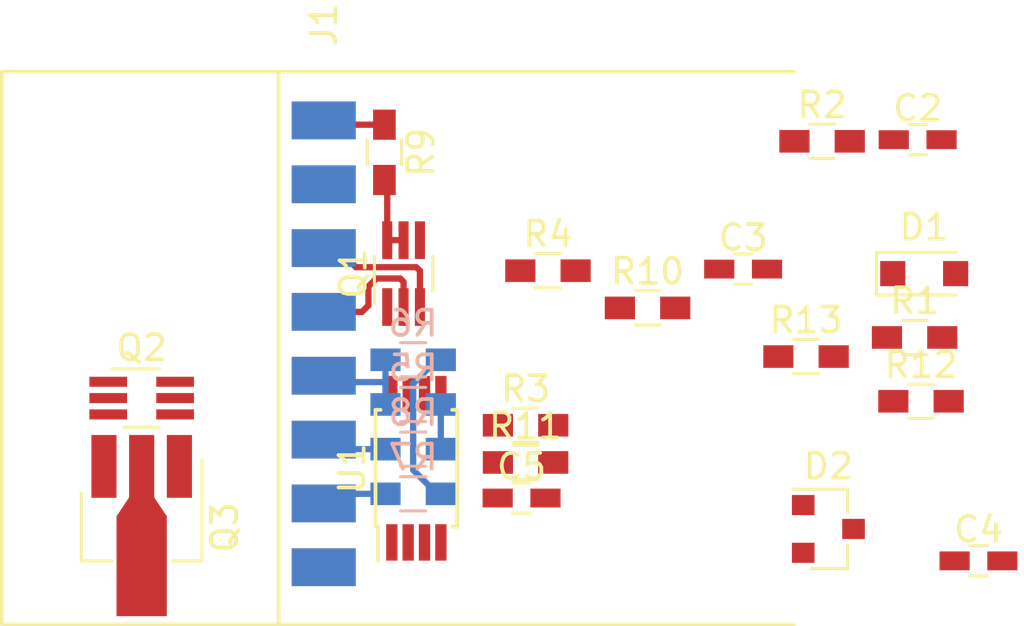
<source format=kicad_pcb>
(kicad_pcb (version 20171130) (host pcbnew "(5.0.0)")

  (general
    (thickness 1.6)
    (drawings 4)
    (tracks 31)
    (zones 0)
    (modules 24)
    (nets 28)
  )

  (page A4)
  (layers
    (0 F.Cu signal)
    (31 B.Cu signal)
    (32 B.Adhes user)
    (33 F.Adhes user)
    (34 B.Paste user)
    (35 F.Paste user)
    (36 B.SilkS user)
    (37 F.SilkS user)
    (38 B.Mask user)
    (39 F.Mask user)
    (40 Dwgs.User user)
    (41 Cmts.User user)
    (42 Eco1.User user)
    (43 Eco2.User user)
    (44 Edge.Cuts user)
    (45 Margin user)
    (46 B.CrtYd user)
    (47 F.CrtYd user)
    (48 B.Fab user hide)
    (49 F.Fab user hide)
  )

  (setup
    (last_trace_width 0.25)
    (user_trace_width 0.35)
    (user_trace_width 0.5)
    (trace_clearance 0.2)
    (zone_clearance 0.508)
    (zone_45_only no)
    (trace_min 0.2)
    (segment_width 0.15)
    (edge_width 0.15)
    (via_size 0.8)
    (via_drill 0.4)
    (via_min_size 0.4)
    (via_min_drill 0.3)
    (user_via 1 0.6)
    (user_via 1.2 0.8)
    (uvia_size 0.3)
    (uvia_drill 0.1)
    (uvias_allowed no)
    (uvia_min_size 0.2)
    (uvia_min_drill 0.1)
    (pcb_text_width 0.3)
    (pcb_text_size 1.5 1.5)
    (mod_edge_width 0.15)
    (mod_text_size 1 1)
    (mod_text_width 0.15)
    (pad_size 1.524 1.524)
    (pad_drill 0.762)
    (pad_to_mask_clearance 0.2)
    (aux_axis_origin 0 0)
    (visible_elements 7FFFFFFF)
    (pcbplotparams
      (layerselection 0x010fc_ffffffff)
      (usegerberextensions false)
      (usegerberattributes false)
      (usegerberadvancedattributes false)
      (creategerberjobfile false)
      (excludeedgelayer true)
      (linewidth 0.100000)
      (plotframeref false)
      (viasonmask false)
      (mode 1)
      (useauxorigin false)
      (hpglpennumber 1)
      (hpglpenspeed 20)
      (hpglpendiameter 15.000000)
      (psnegative false)
      (psa4output false)
      (plotreference true)
      (plotvalue true)
      (plotinvisibletext false)
      (padsonsilk false)
      (subtractmaskfromsilk false)
      (outputformat 1)
      (mirror false)
      (drillshape 1)
      (scaleselection 1)
      (outputdirectory ""))
  )

  (net 0 "")
  (net 1 "Net-(C2-Pad1)")
  (net 2 "Net-(C2-Pad2)")
  (net 3 GND)
  (net 4 "Net-(J1-Pad15)")
  (net 5 "Net-(J1-Pad7)")
  (net 6 "Net-(J1-Pad14)")
  (net 7 "Net-(J1-Pad13)")
  (net 8 "Net-(J1-Pad2)")
  (net 9 "Net-(J1-Pad9)")
  (net 10 +15V)
  (net 11 "Net-(R6-Pad1)")
  (net 12 FB)
  (net 13 AFC)
  (net 14 Vo)
  (net 15 MUTE_OUT)
  (net 16 MUTE_CTRL)
  (net 17 AFC_IN+)
  (net 18 AFC_IN-)
  (net 19 "Net-(C5-Pad1)")
  (net 20 "Net-(D1-Pad1)")
  (net 21 VIN)
  (net 22 "Net-(Q1-Pad5)")
  (net 23 "Net-(Q2-Pad3)")
  (net 24 "Net-(Q2-Pad5)")
  (net 25 "Net-(Q3-Pad1)")
  (net 26 Vref)
  (net 27 "Net-(D2-Pad2)")

  (net_class Default "This is the default net class."
    (clearance 0.2)
    (trace_width 0.25)
    (via_dia 0.8)
    (via_drill 0.4)
    (uvia_dia 0.3)
    (uvia_drill 0.1)
    (add_net +15V)
    (add_net AFC)
    (add_net AFC_IN+)
    (add_net AFC_IN-)
    (add_net FB)
    (add_net GND)
    (add_net MUTE_CTRL)
    (add_net MUTE_OUT)
    (add_net "Net-(C2-Pad1)")
    (add_net "Net-(C2-Pad2)")
    (add_net "Net-(C5-Pad1)")
    (add_net "Net-(D1-Pad1)")
    (add_net "Net-(D2-Pad2)")
    (add_net "Net-(J1-Pad13)")
    (add_net "Net-(J1-Pad14)")
    (add_net "Net-(J1-Pad15)")
    (add_net "Net-(J1-Pad2)")
    (add_net "Net-(J1-Pad7)")
    (add_net "Net-(J1-Pad9)")
    (add_net "Net-(Q1-Pad5)")
    (add_net "Net-(Q2-Pad3)")
    (add_net "Net-(Q2-Pad5)")
    (add_net "Net-(Q3-Pad1)")
    (add_net "Net-(R6-Pad1)")
    (add_net VIN)
    (add_net Vo)
    (add_net Vref)
  )

  (module Capacitors_SMD:C_0603_HandSoldering (layer F.Cu) (tedit 58AA848B) (tstamp 5C9FECCE)
    (at 50.413001 36.707001)
    (descr "Capacitor SMD 0603, hand soldering")
    (tags "capacitor 0603")
    (path /5C942536)
    (attr smd)
    (fp_text reference C2 (at 0 -1.25) (layer F.SilkS)
      (effects (font (size 1 1) (thickness 0.15)))
    )
    (fp_text value 1nF (at 0 1.5) (layer F.Fab)
      (effects (font (size 1 1) (thickness 0.15)))
    )
    (fp_text user %R (at 0 -1.25) (layer F.Fab)
      (effects (font (size 1 1) (thickness 0.15)))
    )
    (fp_line (start -0.8 0.4) (end -0.8 -0.4) (layer F.Fab) (width 0.1))
    (fp_line (start 0.8 0.4) (end -0.8 0.4) (layer F.Fab) (width 0.1))
    (fp_line (start 0.8 -0.4) (end 0.8 0.4) (layer F.Fab) (width 0.1))
    (fp_line (start -0.8 -0.4) (end 0.8 -0.4) (layer F.Fab) (width 0.1))
    (fp_line (start -0.35 -0.6) (end 0.35 -0.6) (layer F.SilkS) (width 0.12))
    (fp_line (start 0.35 0.6) (end -0.35 0.6) (layer F.SilkS) (width 0.12))
    (fp_line (start -1.8 -0.65) (end 1.8 -0.65) (layer F.CrtYd) (width 0.05))
    (fp_line (start -1.8 -0.65) (end -1.8 0.65) (layer F.CrtYd) (width 0.05))
    (fp_line (start 1.8 0.65) (end 1.8 -0.65) (layer F.CrtYd) (width 0.05))
    (fp_line (start 1.8 0.65) (end -1.8 0.65) (layer F.CrtYd) (width 0.05))
    (pad 1 smd rect (at -0.95 0) (size 1.2 0.75) (layers F.Cu F.Paste F.Mask)
      (net 1 "Net-(C2-Pad1)"))
    (pad 2 smd rect (at 0.95 0) (size 1.2 0.75) (layers F.Cu F.Paste F.Mask)
      (net 2 "Net-(C2-Pad2)"))
    (model Capacitors_SMD.3dshapes/C_0603.wrl
      (at (xyz 0 0 0))
      (scale (xyz 1 1 1))
      (rotate (xyz 0 0 0))
    )
  )

  (module Capacitors_SMD:C_0603_HandSoldering (layer F.Cu) (tedit 58AA848B) (tstamp 5C9FECDF)
    (at 43.473001 41.857001)
    (descr "Capacitor SMD 0603, hand soldering")
    (tags "capacitor 0603")
    (path /5C942006)
    (attr smd)
    (fp_text reference C3 (at 0 -1.25) (layer F.SilkS)
      (effects (font (size 1 1) (thickness 0.15)))
    )
    (fp_text value 1uF/35V (at 0 1.5) (layer F.Fab)
      (effects (font (size 1 1) (thickness 0.15)))
    )
    (fp_line (start 1.8 0.65) (end -1.8 0.65) (layer F.CrtYd) (width 0.05))
    (fp_line (start 1.8 0.65) (end 1.8 -0.65) (layer F.CrtYd) (width 0.05))
    (fp_line (start -1.8 -0.65) (end -1.8 0.65) (layer F.CrtYd) (width 0.05))
    (fp_line (start -1.8 -0.65) (end 1.8 -0.65) (layer F.CrtYd) (width 0.05))
    (fp_line (start 0.35 0.6) (end -0.35 0.6) (layer F.SilkS) (width 0.12))
    (fp_line (start -0.35 -0.6) (end 0.35 -0.6) (layer F.SilkS) (width 0.12))
    (fp_line (start -0.8 -0.4) (end 0.8 -0.4) (layer F.Fab) (width 0.1))
    (fp_line (start 0.8 -0.4) (end 0.8 0.4) (layer F.Fab) (width 0.1))
    (fp_line (start 0.8 0.4) (end -0.8 0.4) (layer F.Fab) (width 0.1))
    (fp_line (start -0.8 0.4) (end -0.8 -0.4) (layer F.Fab) (width 0.1))
    (fp_text user %R (at 0 -1.25) (layer F.Fab)
      (effects (font (size 1 1) (thickness 0.15)))
    )
    (pad 2 smd rect (at 0.95 0) (size 1.2 0.75) (layers F.Cu F.Paste F.Mask)
      (net 3 GND))
    (pad 1 smd rect (at -0.95 0) (size 1.2 0.75) (layers F.Cu F.Paste F.Mask)
      (net 13 AFC))
    (model Capacitors_SMD.3dshapes/C_0603.wrl
      (at (xyz 0 0 0))
      (scale (xyz 1 1 1))
      (rotate (xyz 0 0 0))
    )
  )

  (module Capacitors_SMD:C_0603_HandSoldering (layer F.Cu) (tedit 58AA848B) (tstamp 5C9FECF0)
    (at 52.832 53.467)
    (descr "Capacitor SMD 0603, hand soldering")
    (tags "capacitor 0603")
    (path /5C9420D0)
    (attr smd)
    (fp_text reference C4 (at 0 -1.25) (layer F.SilkS)
      (effects (font (size 1 1) (thickness 0.15)))
    )
    (fp_text value 1uF/50V (at 0 1.5) (layer F.Fab)
      (effects (font (size 1 1) (thickness 0.15)))
    )
    (fp_text user %R (at 0 -1.25) (layer F.Fab)
      (effects (font (size 1 1) (thickness 0.15)))
    )
    (fp_line (start -0.8 0.4) (end -0.8 -0.4) (layer F.Fab) (width 0.1))
    (fp_line (start 0.8 0.4) (end -0.8 0.4) (layer F.Fab) (width 0.1))
    (fp_line (start 0.8 -0.4) (end 0.8 0.4) (layer F.Fab) (width 0.1))
    (fp_line (start -0.8 -0.4) (end 0.8 -0.4) (layer F.Fab) (width 0.1))
    (fp_line (start -0.35 -0.6) (end 0.35 -0.6) (layer F.SilkS) (width 0.12))
    (fp_line (start 0.35 0.6) (end -0.35 0.6) (layer F.SilkS) (width 0.12))
    (fp_line (start -1.8 -0.65) (end 1.8 -0.65) (layer F.CrtYd) (width 0.05))
    (fp_line (start -1.8 -0.65) (end -1.8 0.65) (layer F.CrtYd) (width 0.05))
    (fp_line (start 1.8 0.65) (end 1.8 -0.65) (layer F.CrtYd) (width 0.05))
    (fp_line (start 1.8 0.65) (end -1.8 0.65) (layer F.CrtYd) (width 0.05))
    (pad 1 smd rect (at -0.95 0) (size 1.2 0.75) (layers F.Cu F.Paste F.Mask)
      (net 14 Vo))
    (pad 2 smd rect (at 0.95 0) (size 1.2 0.75) (layers F.Cu F.Paste F.Mask)
      (net 3 GND))
    (model Capacitors_SMD.3dshapes/C_0603.wrl
      (at (xyz 0 0 0))
      (scale (xyz 1 1 1))
      (rotate (xyz 0 0 0))
    )
  )

  (module Capacitors_SMD:C_0603_HandSoldering (layer F.Cu) (tedit 58AA848B) (tstamp 5C9FED01)
    (at 34.663001 50.967001)
    (descr "Capacitor SMD 0603, hand soldering")
    (tags "capacitor 0603")
    (path /5C942219)
    (attr smd)
    (fp_text reference C5 (at 0 -1.25) (layer F.SilkS)
      (effects (font (size 1 1) (thickness 0.15)))
    )
    (fp_text value 1uF/50V (at 0 1.5) (layer F.Fab)
      (effects (font (size 1 1) (thickness 0.15)))
    )
    (fp_line (start 1.8 0.65) (end -1.8 0.65) (layer F.CrtYd) (width 0.05))
    (fp_line (start 1.8 0.65) (end 1.8 -0.65) (layer F.CrtYd) (width 0.05))
    (fp_line (start -1.8 -0.65) (end -1.8 0.65) (layer F.CrtYd) (width 0.05))
    (fp_line (start -1.8 -0.65) (end 1.8 -0.65) (layer F.CrtYd) (width 0.05))
    (fp_line (start 0.35 0.6) (end -0.35 0.6) (layer F.SilkS) (width 0.12))
    (fp_line (start -0.35 -0.6) (end 0.35 -0.6) (layer F.SilkS) (width 0.12))
    (fp_line (start -0.8 -0.4) (end 0.8 -0.4) (layer F.Fab) (width 0.1))
    (fp_line (start 0.8 -0.4) (end 0.8 0.4) (layer F.Fab) (width 0.1))
    (fp_line (start 0.8 0.4) (end -0.8 0.4) (layer F.Fab) (width 0.1))
    (fp_line (start -0.8 0.4) (end -0.8 -0.4) (layer F.Fab) (width 0.1))
    (fp_text user %R (at 0 -1.25) (layer F.Fab)
      (effects (font (size 1 1) (thickness 0.15)))
    )
    (pad 2 smd rect (at 0.95 0) (size 1.2 0.75) (layers F.Cu F.Paste F.Mask)
      (net 3 GND))
    (pad 1 smd rect (at -0.95 0) (size 1.2 0.75) (layers F.Cu F.Paste F.Mask)
      (net 19 "Net-(C5-Pad1)"))
    (model Capacitors_SMD.3dshapes/C_0603.wrl
      (at (xyz 0 0 0))
      (scale (xyz 1 1 1))
      (rotate (xyz 0 0 0))
    )
  )

  (module Diodes_SMD:D_SOD-323_HandSoldering (layer F.Cu) (tedit 58641869) (tstamp 5C9FED19)
    (at 50.673 42.037)
    (descr SOD-323)
    (tags SOD-323)
    (path /5C9422A2)
    (attr smd)
    (fp_text reference D1 (at 0 -1.85) (layer F.SilkS)
      (effects (font (size 1 1) (thickness 0.15)))
    )
    (fp_text value PZU33V (at 0.1 1.9) (layer F.Fab)
      (effects (font (size 1 1) (thickness 0.15)))
    )
    (fp_line (start -1.9 -0.85) (end 1.25 -0.85) (layer F.SilkS) (width 0.12))
    (fp_line (start -1.9 0.85) (end 1.25 0.85) (layer F.SilkS) (width 0.12))
    (fp_line (start -2 -0.95) (end -2 0.95) (layer F.CrtYd) (width 0.05))
    (fp_line (start -2 0.95) (end 2 0.95) (layer F.CrtYd) (width 0.05))
    (fp_line (start 2 -0.95) (end 2 0.95) (layer F.CrtYd) (width 0.05))
    (fp_line (start -2 -0.95) (end 2 -0.95) (layer F.CrtYd) (width 0.05))
    (fp_line (start -0.9 -0.7) (end 0.9 -0.7) (layer F.Fab) (width 0.1))
    (fp_line (start 0.9 -0.7) (end 0.9 0.7) (layer F.Fab) (width 0.1))
    (fp_line (start 0.9 0.7) (end -0.9 0.7) (layer F.Fab) (width 0.1))
    (fp_line (start -0.9 0.7) (end -0.9 -0.7) (layer F.Fab) (width 0.1))
    (fp_line (start -0.3 -0.35) (end -0.3 0.35) (layer F.Fab) (width 0.1))
    (fp_line (start -0.3 0) (end -0.5 0) (layer F.Fab) (width 0.1))
    (fp_line (start -0.3 0) (end 0.2 -0.35) (layer F.Fab) (width 0.1))
    (fp_line (start 0.2 -0.35) (end 0.2 0.35) (layer F.Fab) (width 0.1))
    (fp_line (start 0.2 0.35) (end -0.3 0) (layer F.Fab) (width 0.1))
    (fp_line (start 0.2 0) (end 0.45 0) (layer F.Fab) (width 0.1))
    (fp_line (start -1.9 -0.85) (end -1.9 0.85) (layer F.SilkS) (width 0.12))
    (fp_text user %R (at 0 -1.85) (layer F.Fab)
      (effects (font (size 1 1) (thickness 0.15)))
    )
    (pad 2 smd rect (at 1.25 0) (size 1 1) (layers F.Cu F.Paste F.Mask)
      (net 3 GND))
    (pad 1 smd rect (at -1.25 0) (size 1 1) (layers F.Cu F.Paste F.Mask)
      (net 20 "Net-(D1-Pad1)"))
    (model ${KISYS3DMOD}/Diodes_SMD.3dshapes/D_SOD-323.wrl
      (at (xyz 0 0 0))
      (scale (xyz 1 1 1))
      (rotate (xyz 0 0 0))
    )
  )

  (module TO_SOT_Packages_SMD:SOT-363_SC-70-6_Handsoldering (layer F.Cu) (tedit 58CE4E7F) (tstamp 5C9FED53)
    (at 29.972 42.037 90)
    (descr "SOT-363, SC-70-6, Handsoldering")
    (tags "SOT-363 SC-70-6 Handsoldering")
    (path /5C9418B0)
    (attr smd)
    (fp_text reference Q1 (at 0 -2 90) (layer F.SilkS)
      (effects (font (size 1 1) (thickness 0.15)))
    )
    (fp_text value BC846BS (at 0 2 270) (layer F.Fab)
      (effects (font (size 1 1) (thickness 0.15)))
    )
    (fp_line (start -0.175 -1.1) (end -0.675 -0.6) (layer F.Fab) (width 0.1))
    (fp_line (start 0.675 1.1) (end -0.675 1.1) (layer F.Fab) (width 0.1))
    (fp_line (start 0.675 -1.1) (end 0.675 1.1) (layer F.Fab) (width 0.1))
    (fp_line (start -0.675 -0.6) (end -0.675 1.1) (layer F.Fab) (width 0.1))
    (fp_line (start 0.675 -1.1) (end -0.175 -1.1) (layer F.Fab) (width 0.1))
    (fp_line (start -2.4 -1.4) (end 2.4 -1.4) (layer F.CrtYd) (width 0.05))
    (fp_line (start -2.4 -1.4) (end -2.4 1.4) (layer F.CrtYd) (width 0.05))
    (fp_line (start 2.4 1.4) (end 2.4 -1.4) (layer F.CrtYd) (width 0.05))
    (fp_line (start -0.7 1.16) (end 0.7 1.16) (layer F.SilkS) (width 0.12))
    (fp_line (start 0.7 -1.16) (end -1.2 -1.16) (layer F.SilkS) (width 0.12))
    (fp_line (start -2.4 1.4) (end 2.4 1.4) (layer F.CrtYd) (width 0.05))
    (fp_text user %R (at 0 0 180) (layer F.Fab)
      (effects (font (size 0.5 0.5) (thickness 0.075)))
    )
    (pad 6 smd rect (at 1.33 -0.65 90) (size 1.5 0.4) (layers F.Cu F.Paste F.Mask)
      (net 22 "Net-(Q1-Pad5)"))
    (pad 5 smd rect (at 1.33 0 90) (size 1.5 0.4) (layers F.Cu F.Paste F.Mask)
      (net 22 "Net-(Q1-Pad5)"))
    (pad 4 smd rect (at 1.33 0.65 90) (size 1.5 0.4) (layers F.Cu F.Paste F.Mask)
      (net 3 GND))
    (pad 3 smd rect (at -1.33 0.65 90) (size 1.5 0.4) (layers F.Cu F.Paste F.Mask)
      (net 15 MUTE_OUT))
    (pad 2 smd rect (at -1.33 0 90) (size 1.5 0.4) (layers F.Cu F.Paste F.Mask)
      (net 16 MUTE_CTRL))
    (pad 1 smd rect (at -1.33 -0.65 90) (size 1.5 0.4) (layers F.Cu F.Paste F.Mask)
      (net 3 GND))
    (model ${KISYS3DMOD}/TO_SOT_Packages_SMD.3dshapes/SOT-363_SC-70-6.wrl
      (at (xyz 0 0 0))
      (scale (xyz 1 1 1))
      (rotate (xyz 0 0 0))
    )
  )

  (module TO_SOT_Packages_SMD:SOT-363_SC-70-6_Handsoldering (layer F.Cu) (tedit 58CE4E7F) (tstamp 5C9FED69)
    (at 19.558 46.99)
    (descr "SOT-363, SC-70-6, Handsoldering")
    (tags "SOT-363 SC-70-6 Handsoldering")
    (path /5CA0D8A3)
    (attr smd)
    (fp_text reference Q2 (at 0 -2) (layer F.SilkS)
      (effects (font (size 1 1) (thickness 0.15)))
    )
    (fp_text value BC846BS (at 0 2 180) (layer F.Fab)
      (effects (font (size 1 1) (thickness 0.15)))
    )
    (fp_text user %R (at 0 0 90) (layer F.Fab)
      (effects (font (size 0.5 0.5) (thickness 0.075)))
    )
    (fp_line (start -2.4 1.4) (end 2.4 1.4) (layer F.CrtYd) (width 0.05))
    (fp_line (start 0.7 -1.16) (end -1.2 -1.16) (layer F.SilkS) (width 0.12))
    (fp_line (start -0.7 1.16) (end 0.7 1.16) (layer F.SilkS) (width 0.12))
    (fp_line (start 2.4 1.4) (end 2.4 -1.4) (layer F.CrtYd) (width 0.05))
    (fp_line (start -2.4 -1.4) (end -2.4 1.4) (layer F.CrtYd) (width 0.05))
    (fp_line (start -2.4 -1.4) (end 2.4 -1.4) (layer F.CrtYd) (width 0.05))
    (fp_line (start 0.675 -1.1) (end -0.175 -1.1) (layer F.Fab) (width 0.1))
    (fp_line (start -0.675 -0.6) (end -0.675 1.1) (layer F.Fab) (width 0.1))
    (fp_line (start 0.675 -1.1) (end 0.675 1.1) (layer F.Fab) (width 0.1))
    (fp_line (start 0.675 1.1) (end -0.675 1.1) (layer F.Fab) (width 0.1))
    (fp_line (start -0.175 -1.1) (end -0.675 -0.6) (layer F.Fab) (width 0.1))
    (pad 1 smd rect (at -1.33 -0.65) (size 1.5 0.4) (layers F.Cu F.Paste F.Mask)
      (net 19 "Net-(C5-Pad1)"))
    (pad 2 smd rect (at -1.33 0) (size 1.5 0.4) (layers F.Cu F.Paste F.Mask)
      (net 20 "Net-(D1-Pad1)"))
    (pad 3 smd rect (at -1.33 0.65) (size 1.5 0.4) (layers F.Cu F.Paste F.Mask)
      (net 23 "Net-(Q2-Pad3)"))
    (pad 4 smd rect (at 1.33 0.65) (size 1.5 0.4) (layers F.Cu F.Paste F.Mask)
      (net 3 GND))
    (pad 5 smd rect (at 1.33 0) (size 1.5 0.4) (layers F.Cu F.Paste F.Mask)
      (net 24 "Net-(Q2-Pad5)"))
    (pad 6 smd rect (at 1.33 -0.65) (size 1.5 0.4) (layers F.Cu F.Paste F.Mask)
      (net 21 VIN))
    (model ${KISYS3DMOD}/TO_SOT_Packages_SMD.3dshapes/SOT-363_SC-70-6.wrl
      (at (xyz 0 0 0))
      (scale (xyz 1 1 1))
      (rotate (xyz 0 0 0))
    )
  )

  (module TO_SOT_Packages_SMD:SOT-89-3_Handsoldering (layer F.Cu) (tedit 58CE4E7F) (tstamp 5C9FED80)
    (at 19.558 51.689 270)
    (descr "SOT-89-3 Handsoldering")
    (tags "SOT-89-3 Handsoldering")
    (path /5CA4E1C1)
    (attr smd)
    (fp_text reference Q3 (at 0.45 -3.3 270) (layer F.SilkS)
      (effects (font (size 1 1) (thickness 0.15)))
    )
    (fp_text value BCX53-16 (at 0.5 3.15 270) (layer F.Fab)
      (effects (font (size 1 1) (thickness 0.15)))
    )
    (fp_line (start -0.13 -2.3) (end 1.68 -2.3) (layer F.Fab) (width 0.1))
    (fp_line (start -0.92 2.3) (end -0.92 -1.51) (layer F.Fab) (width 0.1))
    (fp_line (start 1.68 2.3) (end -0.92 2.3) (layer F.Fab) (width 0.1))
    (fp_line (start 1.68 -2.3) (end 1.68 2.3) (layer F.Fab) (width 0.1))
    (fp_line (start -0.92 -1.51) (end -0.13 -2.3) (layer F.Fab) (width 0.1))
    (fp_line (start 1.78 -2.4) (end 1.78 -1.2) (layer F.SilkS) (width 0.12))
    (fp_line (start -2.22 -2.4) (end 1.78 -2.4) (layer F.SilkS) (width 0.12))
    (fp_line (start 1.78 2.4) (end -0.92 2.4) (layer F.SilkS) (width 0.12))
    (fp_line (start 1.78 1.2) (end 1.78 2.4) (layer F.SilkS) (width 0.12))
    (fp_line (start -3.5 -2.55) (end -3.5 2.55) (layer F.CrtYd) (width 0.05))
    (fp_line (start 4.25 -2.55) (end -3.5 -2.55) (layer F.CrtYd) (width 0.05))
    (fp_line (start 4.25 2.55) (end 4.25 -2.55) (layer F.CrtYd) (width 0.05))
    (fp_line (start -3.5 2.55) (end 4.25 2.55) (layer F.CrtYd) (width 0.05))
    (fp_text user %R (at 0.38 0) (layer F.Fab)
      (effects (font (size 0.6 0.6) (thickness 0.09)))
    )
    (pad 2 smd trapezoid (at -0.37 0) (size 1.5 0.75) (rect_delta 0 0.5 ) (layers F.Cu F.Paste F.Mask)
      (net 21 VIN))
    (pad 2 smd rect (at 1.98 0 180) (size 2 4) (layers F.Cu F.Paste F.Mask)
      (net 21 VIN))
    (pad 3 smd rect (at -1.98 1.5 180) (size 1 2.5) (layers F.Cu F.Paste F.Mask)
      (net 14 Vo))
    (pad 2 smd rect (at -1.98 0 180) (size 1 2.5) (layers F.Cu F.Paste F.Mask)
      (net 21 VIN))
    (pad 1 smd rect (at -1.98 -1.5 180) (size 1 2.5) (layers F.Cu F.Paste F.Mask)
      (net 25 "Net-(Q3-Pad1)"))
    (model ${KISYS3DMOD}/TO_SOT_Packages_SMD.3dshapes/SOT-89-3.wrl
      (at (xyz 0 0 0))
      (scale (xyz 1 1 1))
      (rotate (xyz 0 0 0))
    )
  )

  (module Resistors_SMD:R_0603_HandSoldering (layer F.Cu) (tedit 58E0A804) (tstamp 5C9FED91)
    (at 50.292 44.577)
    (descr "Resistor SMD 0603, hand soldering")
    (tags "resistor 0603")
    (path /5CA26D15)
    (attr smd)
    (fp_text reference R1 (at 0 -1.45) (layer F.SilkS)
      (effects (font (size 1 1) (thickness 0.15)))
    )
    (fp_text value 18K (at 0 1.55) (layer F.Fab)
      (effects (font (size 1 1) (thickness 0.15)))
    )
    (fp_text user %R (at 0 0) (layer F.Fab)
      (effects (font (size 0.4 0.4) (thickness 0.075)))
    )
    (fp_line (start -0.8 0.4) (end -0.8 -0.4) (layer F.Fab) (width 0.1))
    (fp_line (start 0.8 0.4) (end -0.8 0.4) (layer F.Fab) (width 0.1))
    (fp_line (start 0.8 -0.4) (end 0.8 0.4) (layer F.Fab) (width 0.1))
    (fp_line (start -0.8 -0.4) (end 0.8 -0.4) (layer F.Fab) (width 0.1))
    (fp_line (start 0.5 0.68) (end -0.5 0.68) (layer F.SilkS) (width 0.12))
    (fp_line (start -0.5 -0.68) (end 0.5 -0.68) (layer F.SilkS) (width 0.12))
    (fp_line (start -1.96 -0.7) (end 1.95 -0.7) (layer F.CrtYd) (width 0.05))
    (fp_line (start -1.96 -0.7) (end -1.96 0.7) (layer F.CrtYd) (width 0.05))
    (fp_line (start 1.95 0.7) (end 1.95 -0.7) (layer F.CrtYd) (width 0.05))
    (fp_line (start 1.95 0.7) (end -1.96 0.7) (layer F.CrtYd) (width 0.05))
    (pad 1 smd rect (at -1.1 0) (size 1.2 0.9) (layers F.Cu F.Paste F.Mask)
      (net 21 VIN))
    (pad 2 smd rect (at 1.1 0) (size 1.2 0.9) (layers F.Cu F.Paste F.Mask)
      (net 26 Vref))
    (model ${KISYS3DMOD}/Resistors_SMD.3dshapes/R_0603.wrl
      (at (xyz 0 0 0))
      (scale (xyz 1 1 1))
      (rotate (xyz 0 0 0))
    )
  )

  (module Resistors_SMD:R_0603_HandSoldering (layer F.Cu) (tedit 58E0A804) (tstamp 5C9FEDA2)
    (at 46.613001 36.772001)
    (descr "Resistor SMD 0603, hand soldering")
    (tags "resistor 0603")
    (path /5C941C3D)
    (attr smd)
    (fp_text reference R2 (at 0 -1.45) (layer F.SilkS)
      (effects (font (size 1 1) (thickness 0.15)))
    )
    (fp_text value 100K (at 0 1.55) (layer F.Fab)
      (effects (font (size 1 1) (thickness 0.15)))
    )
    (fp_text user %R (at 0 0) (layer F.Fab)
      (effects (font (size 0.4 0.4) (thickness 0.075)))
    )
    (fp_line (start -0.8 0.4) (end -0.8 -0.4) (layer F.Fab) (width 0.1))
    (fp_line (start 0.8 0.4) (end -0.8 0.4) (layer F.Fab) (width 0.1))
    (fp_line (start 0.8 -0.4) (end 0.8 0.4) (layer F.Fab) (width 0.1))
    (fp_line (start -0.8 -0.4) (end 0.8 -0.4) (layer F.Fab) (width 0.1))
    (fp_line (start 0.5 0.68) (end -0.5 0.68) (layer F.SilkS) (width 0.12))
    (fp_line (start -0.5 -0.68) (end 0.5 -0.68) (layer F.SilkS) (width 0.12))
    (fp_line (start -1.96 -0.7) (end 1.95 -0.7) (layer F.CrtYd) (width 0.05))
    (fp_line (start -1.96 -0.7) (end -1.96 0.7) (layer F.CrtYd) (width 0.05))
    (fp_line (start 1.95 0.7) (end 1.95 -0.7) (layer F.CrtYd) (width 0.05))
    (fp_line (start 1.95 0.7) (end -1.96 0.7) (layer F.CrtYd) (width 0.05))
    (pad 1 smd rect (at -1.1 0) (size 1.2 0.9) (layers F.Cu F.Paste F.Mask)
      (net 1 "Net-(C2-Pad1)"))
    (pad 2 smd rect (at 1.1 0) (size 1.2 0.9) (layers F.Cu F.Paste F.Mask)
      (net 2 "Net-(C2-Pad2)"))
    (model ${KISYS3DMOD}/Resistors_SMD.3dshapes/R_0603.wrl
      (at (xyz 0 0 0))
      (scale (xyz 1 1 1))
      (rotate (xyz 0 0 0))
    )
  )

  (module Resistors_SMD:R_0603_HandSoldering (layer F.Cu) (tedit 58E0A804) (tstamp 5C9FEDB3)
    (at 34.823001 48.072001)
    (descr "Resistor SMD 0603, hand soldering")
    (tags "resistor 0603")
    (path /5C941F61)
    (attr smd)
    (fp_text reference R3 (at 0 -1.45) (layer F.SilkS)
      (effects (font (size 1 1) (thickness 0.15)))
    )
    (fp_text value 1K (at 0 1.55) (layer F.Fab)
      (effects (font (size 1 1) (thickness 0.15)))
    )
    (fp_text user %R (at 0 0) (layer F.Fab)
      (effects (font (size 0.4 0.4) (thickness 0.075)))
    )
    (fp_line (start -0.8 0.4) (end -0.8 -0.4) (layer F.Fab) (width 0.1))
    (fp_line (start 0.8 0.4) (end -0.8 0.4) (layer F.Fab) (width 0.1))
    (fp_line (start 0.8 -0.4) (end 0.8 0.4) (layer F.Fab) (width 0.1))
    (fp_line (start -0.8 -0.4) (end 0.8 -0.4) (layer F.Fab) (width 0.1))
    (fp_line (start 0.5 0.68) (end -0.5 0.68) (layer F.SilkS) (width 0.12))
    (fp_line (start -0.5 -0.68) (end 0.5 -0.68) (layer F.SilkS) (width 0.12))
    (fp_line (start -1.96 -0.7) (end 1.95 -0.7) (layer F.CrtYd) (width 0.05))
    (fp_line (start -1.96 -0.7) (end -1.96 0.7) (layer F.CrtYd) (width 0.05))
    (fp_line (start 1.95 0.7) (end 1.95 -0.7) (layer F.CrtYd) (width 0.05))
    (fp_line (start 1.95 0.7) (end -1.96 0.7) (layer F.CrtYd) (width 0.05))
    (pad 1 smd rect (at -1.1 0) (size 1.2 0.9) (layers F.Cu F.Paste F.Mask)
      (net 13 AFC))
    (pad 2 smd rect (at 1.1 0) (size 1.2 0.9) (layers F.Cu F.Paste F.Mask)
      (net 26 Vref))
    (model ${KISYS3DMOD}/Resistors_SMD.3dshapes/R_0603.wrl
      (at (xyz 0 0 0))
      (scale (xyz 1 1 1))
      (rotate (xyz 0 0 0))
    )
  )

  (module Resistors_SMD:R_0603_HandSoldering (layer F.Cu) (tedit 58E0A804) (tstamp 5C9FEDC4)
    (at 35.713001 41.922001)
    (descr "Resistor SMD 0603, hand soldering")
    (tags "resistor 0603")
    (path /5C941EBB)
    (attr smd)
    (fp_text reference R4 (at 0 -1.45) (layer F.SilkS)
      (effects (font (size 1 1) (thickness 0.15)))
    )
    (fp_text value 10K (at 0 1.55) (layer F.Fab)
      (effects (font (size 1 1) (thickness 0.15)))
    )
    (fp_line (start 1.95 0.7) (end -1.96 0.7) (layer F.CrtYd) (width 0.05))
    (fp_line (start 1.95 0.7) (end 1.95 -0.7) (layer F.CrtYd) (width 0.05))
    (fp_line (start -1.96 -0.7) (end -1.96 0.7) (layer F.CrtYd) (width 0.05))
    (fp_line (start -1.96 -0.7) (end 1.95 -0.7) (layer F.CrtYd) (width 0.05))
    (fp_line (start -0.5 -0.68) (end 0.5 -0.68) (layer F.SilkS) (width 0.12))
    (fp_line (start 0.5 0.68) (end -0.5 0.68) (layer F.SilkS) (width 0.12))
    (fp_line (start -0.8 -0.4) (end 0.8 -0.4) (layer F.Fab) (width 0.1))
    (fp_line (start 0.8 -0.4) (end 0.8 0.4) (layer F.Fab) (width 0.1))
    (fp_line (start 0.8 0.4) (end -0.8 0.4) (layer F.Fab) (width 0.1))
    (fp_line (start -0.8 0.4) (end -0.8 -0.4) (layer F.Fab) (width 0.1))
    (fp_text user %R (at 0 0) (layer F.Fab)
      (effects (font (size 0.4 0.4) (thickness 0.075)))
    )
    (pad 2 smd rect (at 1.1 0) (size 1.2 0.9) (layers F.Cu F.Paste F.Mask)
      (net 1 "Net-(C2-Pad1)"))
    (pad 1 smd rect (at -1.1 0) (size 1.2 0.9) (layers F.Cu F.Paste F.Mask)
      (net 13 AFC))
    (model ${KISYS3DMOD}/Resistors_SMD.3dshapes/R_0603.wrl
      (at (xyz 0 0 0))
      (scale (xyz 1 1 1))
      (rotate (xyz 0 0 0))
    )
  )

  (module Resistors_SMD:R_0603_HandSoldering (layer B.Cu) (tedit 58E0A804) (tstamp 5C9FEDD5)
    (at 30.353 47.244 180)
    (descr "Resistor SMD 0603, hand soldering")
    (tags "resistor 0603")
    (path /5C941B29)
    (attr smd)
    (fp_text reference R5 (at 0 1.45 180) (layer B.SilkS)
      (effects (font (size 1 1) (thickness 0.15)) (justify mirror))
    )
    (fp_text value 1M (at 0 -1.55 180) (layer B.Fab)
      (effects (font (size 1 1) (thickness 0.15)) (justify mirror))
    )
    (fp_line (start 1.95 -0.7) (end -1.96 -0.7) (layer B.CrtYd) (width 0.05))
    (fp_line (start 1.95 -0.7) (end 1.95 0.7) (layer B.CrtYd) (width 0.05))
    (fp_line (start -1.96 0.7) (end -1.96 -0.7) (layer B.CrtYd) (width 0.05))
    (fp_line (start -1.96 0.7) (end 1.95 0.7) (layer B.CrtYd) (width 0.05))
    (fp_line (start -0.5 0.68) (end 0.5 0.68) (layer B.SilkS) (width 0.12))
    (fp_line (start 0.5 -0.68) (end -0.5 -0.68) (layer B.SilkS) (width 0.12))
    (fp_line (start -0.8 0.4) (end 0.8 0.4) (layer B.Fab) (width 0.1))
    (fp_line (start 0.8 0.4) (end 0.8 -0.4) (layer B.Fab) (width 0.1))
    (fp_line (start 0.8 -0.4) (end -0.8 -0.4) (layer B.Fab) (width 0.1))
    (fp_line (start -0.8 -0.4) (end -0.8 0.4) (layer B.Fab) (width 0.1))
    (fp_text user %R (at 0 0 180) (layer B.Fab)
      (effects (font (size 0.4 0.4) (thickness 0.075)) (justify mirror))
    )
    (pad 2 smd rect (at 1.1 0 180) (size 1.2 0.9) (layers B.Cu B.Paste B.Mask)
      (net 3 GND))
    (pad 1 smd rect (at -1.1 0 180) (size 1.2 0.9) (layers B.Cu B.Paste B.Mask)
      (net 2 "Net-(C2-Pad2)"))
    (model ${KISYS3DMOD}/Resistors_SMD.3dshapes/R_0603.wrl
      (at (xyz 0 0 0))
      (scale (xyz 1 1 1))
      (rotate (xyz 0 0 0))
    )
  )

  (module Resistors_SMD:R_0603_HandSoldering (layer B.Cu) (tedit 58E0A804) (tstamp 5C9FEDE6)
    (at 30.353 45.466 180)
    (descr "Resistor SMD 0603, hand soldering")
    (tags "resistor 0603")
    (path /5C941A63)
    (attr smd)
    (fp_text reference R6 (at 0 1.45 180) (layer B.SilkS)
      (effects (font (size 1 1) (thickness 0.15)) (justify mirror))
    )
    (fp_text value 1M (at 0 -1.55 180) (layer B.Fab)
      (effects (font (size 1 1) (thickness 0.15)) (justify mirror))
    )
    (fp_text user %R (at 0 0 180) (layer B.Fab)
      (effects (font (size 0.4 0.4) (thickness 0.075)) (justify mirror))
    )
    (fp_line (start -0.8 -0.4) (end -0.8 0.4) (layer B.Fab) (width 0.1))
    (fp_line (start 0.8 -0.4) (end -0.8 -0.4) (layer B.Fab) (width 0.1))
    (fp_line (start 0.8 0.4) (end 0.8 -0.4) (layer B.Fab) (width 0.1))
    (fp_line (start -0.8 0.4) (end 0.8 0.4) (layer B.Fab) (width 0.1))
    (fp_line (start 0.5 -0.68) (end -0.5 -0.68) (layer B.SilkS) (width 0.12))
    (fp_line (start -0.5 0.68) (end 0.5 0.68) (layer B.SilkS) (width 0.12))
    (fp_line (start -1.96 0.7) (end 1.95 0.7) (layer B.CrtYd) (width 0.05))
    (fp_line (start -1.96 0.7) (end -1.96 -0.7) (layer B.CrtYd) (width 0.05))
    (fp_line (start 1.95 -0.7) (end 1.95 0.7) (layer B.CrtYd) (width 0.05))
    (fp_line (start 1.95 -0.7) (end -1.96 -0.7) (layer B.CrtYd) (width 0.05))
    (pad 1 smd rect (at -1.1 0 180) (size 1.2 0.9) (layers B.Cu B.Paste B.Mask)
      (net 11 "Net-(R6-Pad1)"))
    (pad 2 smd rect (at 1.1 0 180) (size 1.2 0.9) (layers B.Cu B.Paste B.Mask)
      (net 3 GND))
    (model ${KISYS3DMOD}/Resistors_SMD.3dshapes/R_0603.wrl
      (at (xyz 0 0 0))
      (scale (xyz 1 1 1))
      (rotate (xyz 0 0 0))
    )
  )

  (module Resistors_SMD:R_0603_HandSoldering (layer B.Cu) (tedit 58E0A804) (tstamp 5C9FEDF7)
    (at 30.353 50.8 180)
    (descr "Resistor SMD 0603, hand soldering")
    (tags "resistor 0603")
    (path /5C941D4C)
    (attr smd)
    (fp_text reference R7 (at 0 1.45 180) (layer B.SilkS)
      (effects (font (size 1 1) (thickness 0.15)) (justify mirror))
    )
    (fp_text value 47K (at 0 -1.55 180) (layer B.Fab)
      (effects (font (size 1 1) (thickness 0.15)) (justify mirror))
    )
    (fp_line (start 1.95 -0.7) (end -1.96 -0.7) (layer B.CrtYd) (width 0.05))
    (fp_line (start 1.95 -0.7) (end 1.95 0.7) (layer B.CrtYd) (width 0.05))
    (fp_line (start -1.96 0.7) (end -1.96 -0.7) (layer B.CrtYd) (width 0.05))
    (fp_line (start -1.96 0.7) (end 1.95 0.7) (layer B.CrtYd) (width 0.05))
    (fp_line (start -0.5 0.68) (end 0.5 0.68) (layer B.SilkS) (width 0.12))
    (fp_line (start 0.5 -0.68) (end -0.5 -0.68) (layer B.SilkS) (width 0.12))
    (fp_line (start -0.8 0.4) (end 0.8 0.4) (layer B.Fab) (width 0.1))
    (fp_line (start 0.8 0.4) (end 0.8 -0.4) (layer B.Fab) (width 0.1))
    (fp_line (start 0.8 -0.4) (end -0.8 -0.4) (layer B.Fab) (width 0.1))
    (fp_line (start -0.8 -0.4) (end -0.8 0.4) (layer B.Fab) (width 0.1))
    (fp_text user %R (at 0 0 180) (layer B.Fab)
      (effects (font (size 0.4 0.4) (thickness 0.075)) (justify mirror))
    )
    (pad 2 smd rect (at 1.1 0 180) (size 1.2 0.9) (layers B.Cu B.Paste B.Mask)
      (net 17 AFC_IN+))
    (pad 1 smd rect (at -1.1 0 180) (size 1.2 0.9) (layers B.Cu B.Paste B.Mask)
      (net 11 "Net-(R6-Pad1)"))
    (model ${KISYS3DMOD}/Resistors_SMD.3dshapes/R_0603.wrl
      (at (xyz 0 0 0))
      (scale (xyz 1 1 1))
      (rotate (xyz 0 0 0))
    )
  )

  (module Resistors_SMD:R_0603_HandSoldering (layer B.Cu) (tedit 58E0A804) (tstamp 5C9FEE08)
    (at 30.353 49.022 180)
    (descr "Resistor SMD 0603, hand soldering")
    (tags "resistor 0603")
    (path /5C941E2C)
    (attr smd)
    (fp_text reference R8 (at 0 1.45 180) (layer B.SilkS)
      (effects (font (size 1 1) (thickness 0.15)) (justify mirror))
    )
    (fp_text value 47K (at 0 -1.55 180) (layer B.Fab)
      (effects (font (size 1 1) (thickness 0.15)) (justify mirror))
    )
    (fp_text user %R (at 0 0 180) (layer B.Fab)
      (effects (font (size 0.4 0.4) (thickness 0.075)) (justify mirror))
    )
    (fp_line (start -0.8 -0.4) (end -0.8 0.4) (layer B.Fab) (width 0.1))
    (fp_line (start 0.8 -0.4) (end -0.8 -0.4) (layer B.Fab) (width 0.1))
    (fp_line (start 0.8 0.4) (end 0.8 -0.4) (layer B.Fab) (width 0.1))
    (fp_line (start -0.8 0.4) (end 0.8 0.4) (layer B.Fab) (width 0.1))
    (fp_line (start 0.5 -0.68) (end -0.5 -0.68) (layer B.SilkS) (width 0.12))
    (fp_line (start -0.5 0.68) (end 0.5 0.68) (layer B.SilkS) (width 0.12))
    (fp_line (start -1.96 0.7) (end 1.95 0.7) (layer B.CrtYd) (width 0.05))
    (fp_line (start -1.96 0.7) (end -1.96 -0.7) (layer B.CrtYd) (width 0.05))
    (fp_line (start 1.95 -0.7) (end 1.95 0.7) (layer B.CrtYd) (width 0.05))
    (fp_line (start 1.95 -0.7) (end -1.96 -0.7) (layer B.CrtYd) (width 0.05))
    (pad 1 smd rect (at -1.1 0 180) (size 1.2 0.9) (layers B.Cu B.Paste B.Mask)
      (net 2 "Net-(C2-Pad2)"))
    (pad 2 smd rect (at 1.1 0 180) (size 1.2 0.9) (layers B.Cu B.Paste B.Mask)
      (net 18 AFC_IN-))
    (model ${KISYS3DMOD}/Resistors_SMD.3dshapes/R_0603.wrl
      (at (xyz 0 0 0))
      (scale (xyz 1 1 1))
      (rotate (xyz 0 0 0))
    )
  )

  (module Resistors_SMD:R_0603_HandSoldering (layer F.Cu) (tedit 58E0A804) (tstamp 5C9FEE19)
    (at 29.21 37.211 270)
    (descr "Resistor SMD 0603, hand soldering")
    (tags "resistor 0603")
    (path /5C9419B5)
    (attr smd)
    (fp_text reference R9 (at 0 -1.45 270) (layer F.SilkS)
      (effects (font (size 1 1) (thickness 0.15)))
    )
    (fp_text value 15K (at 0 1.55 270) (layer F.Fab)
      (effects (font (size 1 1) (thickness 0.15)))
    )
    (fp_line (start 1.95 0.7) (end -1.96 0.7) (layer F.CrtYd) (width 0.05))
    (fp_line (start 1.95 0.7) (end 1.95 -0.7) (layer F.CrtYd) (width 0.05))
    (fp_line (start -1.96 -0.7) (end -1.96 0.7) (layer F.CrtYd) (width 0.05))
    (fp_line (start -1.96 -0.7) (end 1.95 -0.7) (layer F.CrtYd) (width 0.05))
    (fp_line (start -0.5 -0.68) (end 0.5 -0.68) (layer F.SilkS) (width 0.12))
    (fp_line (start 0.5 0.68) (end -0.5 0.68) (layer F.SilkS) (width 0.12))
    (fp_line (start -0.8 -0.4) (end 0.8 -0.4) (layer F.Fab) (width 0.1))
    (fp_line (start 0.8 -0.4) (end 0.8 0.4) (layer F.Fab) (width 0.1))
    (fp_line (start 0.8 0.4) (end -0.8 0.4) (layer F.Fab) (width 0.1))
    (fp_line (start -0.8 0.4) (end -0.8 -0.4) (layer F.Fab) (width 0.1))
    (fp_text user %R (at 0 0 270) (layer F.Fab)
      (effects (font (size 0.4 0.4) (thickness 0.075)))
    )
    (pad 2 smd rect (at 1.1 0 270) (size 1.2 0.9) (layers F.Cu F.Paste F.Mask)
      (net 22 "Net-(Q1-Pad5)"))
    (pad 1 smd rect (at -1.1 0 270) (size 1.2 0.9) (layers F.Cu F.Paste F.Mask)
      (net 10 +15V))
    (model ${KISYS3DMOD}/Resistors_SMD.3dshapes/R_0603.wrl
      (at (xyz 0 0 0))
      (scale (xyz 1 1 1))
      (rotate (xyz 0 0 0))
    )
  )

  (module Resistors_SMD:R_0603_HandSoldering (layer F.Cu) (tedit 58E0A804) (tstamp 5C9FEE2A)
    (at 39.673001 43.402001)
    (descr "Resistor SMD 0603, hand soldering")
    (tags "resistor 0603")
    (path /5C85161D)
    (attr smd)
    (fp_text reference R10 (at 0 -1.45) (layer F.SilkS)
      (effects (font (size 1 1) (thickness 0.15)))
    )
    (fp_text value 3,9K (at 0 1.55) (layer F.Fab)
      (effects (font (size 1 1) (thickness 0.15)))
    )
    (fp_line (start 1.95 0.7) (end -1.96 0.7) (layer F.CrtYd) (width 0.05))
    (fp_line (start 1.95 0.7) (end 1.95 -0.7) (layer F.CrtYd) (width 0.05))
    (fp_line (start -1.96 -0.7) (end -1.96 0.7) (layer F.CrtYd) (width 0.05))
    (fp_line (start -1.96 -0.7) (end 1.95 -0.7) (layer F.CrtYd) (width 0.05))
    (fp_line (start -0.5 -0.68) (end 0.5 -0.68) (layer F.SilkS) (width 0.12))
    (fp_line (start 0.5 0.68) (end -0.5 0.68) (layer F.SilkS) (width 0.12))
    (fp_line (start -0.8 -0.4) (end 0.8 -0.4) (layer F.Fab) (width 0.1))
    (fp_line (start 0.8 -0.4) (end 0.8 0.4) (layer F.Fab) (width 0.1))
    (fp_line (start 0.8 0.4) (end -0.8 0.4) (layer F.Fab) (width 0.1))
    (fp_line (start -0.8 0.4) (end -0.8 -0.4) (layer F.Fab) (width 0.1))
    (fp_text user %R (at 0 0) (layer F.Fab)
      (effects (font (size 0.4 0.4) (thickness 0.075)))
    )
    (pad 2 smd rect (at 1.1 0) (size 1.2 0.9) (layers F.Cu F.Paste F.Mask)
      (net 20 "Net-(D1-Pad1)"))
    (pad 1 smd rect (at -1.1 0) (size 1.2 0.9) (layers F.Cu F.Paste F.Mask)
      (net 21 VIN))
    (model ${KISYS3DMOD}/Resistors_SMD.3dshapes/R_0603.wrl
      (at (xyz 0 0 0))
      (scale (xyz 1 1 1))
      (rotate (xyz 0 0 0))
    )
  )

  (module Resistors_SMD:R_0603_HandSoldering (layer F.Cu) (tedit 58E0A804) (tstamp 5C9FEE3B)
    (at 34.823001 49.552001)
    (descr "Resistor SMD 0603, hand soldering")
    (tags "resistor 0603")
    (path /5CA26A96)
    (attr smd)
    (fp_text reference R11 (at 0 -1.45) (layer F.SilkS)
      (effects (font (size 1 1) (thickness 0.15)))
    )
    (fp_text value 19,1K (at 0 1.55) (layer F.Fab)
      (effects (font (size 1 1) (thickness 0.15)))
    )
    (fp_text user %R (at 0 0) (layer F.Fab)
      (effects (font (size 0.4 0.4) (thickness 0.075)))
    )
    (fp_line (start -0.8 0.4) (end -0.8 -0.4) (layer F.Fab) (width 0.1))
    (fp_line (start 0.8 0.4) (end -0.8 0.4) (layer F.Fab) (width 0.1))
    (fp_line (start 0.8 -0.4) (end 0.8 0.4) (layer F.Fab) (width 0.1))
    (fp_line (start -0.8 -0.4) (end 0.8 -0.4) (layer F.Fab) (width 0.1))
    (fp_line (start 0.5 0.68) (end -0.5 0.68) (layer F.SilkS) (width 0.12))
    (fp_line (start -0.5 -0.68) (end 0.5 -0.68) (layer F.SilkS) (width 0.12))
    (fp_line (start -1.96 -0.7) (end 1.95 -0.7) (layer F.CrtYd) (width 0.05))
    (fp_line (start -1.96 -0.7) (end -1.96 0.7) (layer F.CrtYd) (width 0.05))
    (fp_line (start 1.95 0.7) (end 1.95 -0.7) (layer F.CrtYd) (width 0.05))
    (fp_line (start 1.95 0.7) (end -1.96 0.7) (layer F.CrtYd) (width 0.05))
    (pad 1 smd rect (at -1.1 0) (size 1.2 0.9) (layers F.Cu F.Paste F.Mask)
      (net 26 Vref))
    (pad 2 smd rect (at 1.1 0) (size 1.2 0.9) (layers F.Cu F.Paste F.Mask)
      (net 27 "Net-(D2-Pad2)"))
    (model ${KISYS3DMOD}/Resistors_SMD.3dshapes/R_0603.wrl
      (at (xyz 0 0 0))
      (scale (xyz 1 1 1))
      (rotate (xyz 0 0 0))
    )
  )

  (module Resistors_SMD:R_0603_HandSoldering (layer F.Cu) (tedit 58E0A804) (tstamp 5C9FEE4C)
    (at 50.546 47.117)
    (descr "Resistor SMD 0603, hand soldering")
    (tags "resistor 0603")
    (path /5CA26B4E)
    (attr smd)
    (fp_text reference R12 (at 0 -1.45) (layer F.SilkS)
      (effects (font (size 1 1) (thickness 0.15)))
    )
    (fp_text value 2,7K (at 0 1.55) (layer F.Fab)
      (effects (font (size 1 1) (thickness 0.15)))
    )
    (fp_line (start 1.95 0.7) (end -1.96 0.7) (layer F.CrtYd) (width 0.05))
    (fp_line (start 1.95 0.7) (end 1.95 -0.7) (layer F.CrtYd) (width 0.05))
    (fp_line (start -1.96 -0.7) (end -1.96 0.7) (layer F.CrtYd) (width 0.05))
    (fp_line (start -1.96 -0.7) (end 1.95 -0.7) (layer F.CrtYd) (width 0.05))
    (fp_line (start -0.5 -0.68) (end 0.5 -0.68) (layer F.SilkS) (width 0.12))
    (fp_line (start 0.5 0.68) (end -0.5 0.68) (layer F.SilkS) (width 0.12))
    (fp_line (start -0.8 -0.4) (end 0.8 -0.4) (layer F.Fab) (width 0.1))
    (fp_line (start 0.8 -0.4) (end 0.8 0.4) (layer F.Fab) (width 0.1))
    (fp_line (start 0.8 0.4) (end -0.8 0.4) (layer F.Fab) (width 0.1))
    (fp_line (start -0.8 0.4) (end -0.8 -0.4) (layer F.Fab) (width 0.1))
    (fp_text user %R (at 0 0) (layer F.Fab)
      (effects (font (size 0.4 0.4) (thickness 0.075)))
    )
    (pad 2 smd rect (at 1.1 0) (size 1.2 0.9) (layers F.Cu F.Paste F.Mask)
      (net 3 GND))
    (pad 1 smd rect (at -1.1 0) (size 1.2 0.9) (layers F.Cu F.Paste F.Mask)
      (net 27 "Net-(D2-Pad2)"))
    (model ${KISYS3DMOD}/Resistors_SMD.3dshapes/R_0603.wrl
      (at (xyz 0 0 0))
      (scale (xyz 1 1 1))
      (rotate (xyz 0 0 0))
    )
  )

  (module Resistors_SMD:R_0603_HandSoldering (layer F.Cu) (tedit 58E0A804) (tstamp 5C9FEE5D)
    (at 45.974 45.339)
    (descr "Resistor SMD 0603, hand soldering")
    (tags "resistor 0603")
    (path /5CA4E32A)
    (attr smd)
    (fp_text reference R13 (at 0 -1.45) (layer F.SilkS)
      (effects (font (size 1 1) (thickness 0.15)))
    )
    (fp_text value 10K (at 0 1.55) (layer F.Fab)
      (effects (font (size 1 1) (thickness 0.15)))
    )
    (fp_line (start 1.95 0.7) (end -1.96 0.7) (layer F.CrtYd) (width 0.05))
    (fp_line (start 1.95 0.7) (end 1.95 -0.7) (layer F.CrtYd) (width 0.05))
    (fp_line (start -1.96 -0.7) (end -1.96 0.7) (layer F.CrtYd) (width 0.05))
    (fp_line (start -1.96 -0.7) (end 1.95 -0.7) (layer F.CrtYd) (width 0.05))
    (fp_line (start -0.5 -0.68) (end 0.5 -0.68) (layer F.SilkS) (width 0.12))
    (fp_line (start 0.5 0.68) (end -0.5 0.68) (layer F.SilkS) (width 0.12))
    (fp_line (start -0.8 -0.4) (end 0.8 -0.4) (layer F.Fab) (width 0.1))
    (fp_line (start 0.8 -0.4) (end 0.8 0.4) (layer F.Fab) (width 0.1))
    (fp_line (start 0.8 0.4) (end -0.8 0.4) (layer F.Fab) (width 0.1))
    (fp_line (start -0.8 0.4) (end -0.8 -0.4) (layer F.Fab) (width 0.1))
    (fp_text user %R (at 0 0) (layer F.Fab)
      (effects (font (size 0.4 0.4) (thickness 0.075)))
    )
    (pad 2 smd rect (at 1.1 0) (size 1.2 0.9) (layers F.Cu F.Paste F.Mask)
      (net 25 "Net-(Q3-Pad1)"))
    (pad 1 smd rect (at -1.1 0) (size 1.2 0.9) (layers F.Cu F.Paste F.Mask)
      (net 23 "Net-(Q2-Pad3)"))
    (model ${KISYS3DMOD}/Resistors_SMD.3dshapes/R_0603.wrl
      (at (xyz 0 0 0))
      (scale (xyz 1 1 1))
      (rotate (xyz 0 0 0))
    )
  )

  (module Housings_SSOP:TSSOP-8_4.4x3mm_Pitch0.65mm (layer F.Cu) (tedit 54130A77) (tstamp 5C9FEE7A)
    (at 30.48 49.784 90)
    (descr "8-Lead Plastic Thin Shrink Small Outline (ST)-4.4 mm Body [TSSOP] (see Microchip Packaging Specification 00000049BS.pdf)")
    (tags "SSOP 0.65")
    (path /5C941BD2)
    (attr smd)
    (fp_text reference U1 (at 0 -2.55 90) (layer F.SilkS)
      (effects (font (size 1 1) (thickness 0.15)))
    )
    (fp_text value TL081 (at 0 2.55 90) (layer F.Fab)
      (effects (font (size 1 1) (thickness 0.15)))
    )
    (fp_text user %R (at 0 0 90) (layer F.Fab)
      (effects (font (size 0.7 0.7) (thickness 0.15)))
    )
    (fp_line (start -2.325 -1.525) (end -3.675 -1.525) (layer F.SilkS) (width 0.15))
    (fp_line (start -2.325 1.625) (end 2.325 1.625) (layer F.SilkS) (width 0.15))
    (fp_line (start -2.325 -1.625) (end 2.325 -1.625) (layer F.SilkS) (width 0.15))
    (fp_line (start -2.325 1.625) (end -2.325 1.425) (layer F.SilkS) (width 0.15))
    (fp_line (start 2.325 1.625) (end 2.325 1.425) (layer F.SilkS) (width 0.15))
    (fp_line (start 2.325 -1.625) (end 2.325 -1.425) (layer F.SilkS) (width 0.15))
    (fp_line (start -2.325 -1.625) (end -2.325 -1.525) (layer F.SilkS) (width 0.15))
    (fp_line (start -3.95 1.8) (end 3.95 1.8) (layer F.CrtYd) (width 0.05))
    (fp_line (start -3.95 -1.8) (end 3.95 -1.8) (layer F.CrtYd) (width 0.05))
    (fp_line (start 3.95 -1.8) (end 3.95 1.8) (layer F.CrtYd) (width 0.05))
    (fp_line (start -3.95 -1.8) (end -3.95 1.8) (layer F.CrtYd) (width 0.05))
    (fp_line (start -2.2 -0.5) (end -1.2 -1.5) (layer F.Fab) (width 0.15))
    (fp_line (start -2.2 1.5) (end -2.2 -0.5) (layer F.Fab) (width 0.15))
    (fp_line (start 2.2 1.5) (end -2.2 1.5) (layer F.Fab) (width 0.15))
    (fp_line (start 2.2 -1.5) (end 2.2 1.5) (layer F.Fab) (width 0.15))
    (fp_line (start -1.2 -1.5) (end 2.2 -1.5) (layer F.Fab) (width 0.15))
    (pad 8 smd rect (at 2.95 -0.975 90) (size 1.45 0.45) (layers F.Cu F.Paste F.Mask)
      (net 19 "Net-(C5-Pad1)"))
    (pad 7 smd rect (at 2.95 -0.325 90) (size 1.45 0.45) (layers F.Cu F.Paste F.Mask)
      (net 24 "Net-(Q2-Pad5)"))
    (pad 6 smd rect (at 2.95 0.325 90) (size 1.45 0.45) (layers F.Cu F.Paste F.Mask)
      (net 12 FB))
    (pad 5 smd rect (at 2.95 0.975 90) (size 1.45 0.45) (layers F.Cu F.Paste F.Mask)
      (net 13 AFC))
    (pad 4 smd rect (at -2.95 0.975 90) (size 1.45 0.45) (layers F.Cu F.Paste F.Mask)
      (net 3 GND))
    (pad 3 smd rect (at -2.95 0.325 90) (size 1.45 0.45) (layers F.Cu F.Paste F.Mask)
      (net 11 "Net-(R6-Pad1)"))
    (pad 2 smd rect (at -2.95 -0.325 90) (size 1.45 0.45) (layers F.Cu F.Paste F.Mask)
      (net 2 "Net-(C2-Pad2)"))
    (pad 1 smd rect (at -2.95 -0.975 90) (size 1.45 0.45) (layers F.Cu F.Paste F.Mask)
      (net 1 "Net-(C2-Pad1)"))
    (model ${KISYS3DMOD}/Housings_SSOP.3dshapes/TSSOP-8_4.4x3mm_Pitch0.65mm.wrl
      (at (xyz 0 0 0))
      (scale (xyz 1 1 1))
      (rotate (xyz 0 0 0))
    )
  )

  (module TO_SOT_Packages_SMD:SOT-23 (layer F.Cu) (tedit 58CE4E7E) (tstamp 5C9FF466)
    (at 46.863 52.197)
    (descr "SOT-23, Standard")
    (tags SOT-23)
    (path /5C9F9984)
    (attr smd)
    (fp_text reference D2 (at 0 -2.5) (layer F.SilkS)
      (effects (font (size 1 1) (thickness 0.15)))
    )
    (fp_text value TL431DBZ (at 0 2.5) (layer F.Fab)
      (effects (font (size 1 1) (thickness 0.15)))
    )
    (fp_line (start 0.76 1.58) (end -0.7 1.58) (layer F.SilkS) (width 0.12))
    (fp_line (start 0.76 -1.58) (end -1.4 -1.58) (layer F.SilkS) (width 0.12))
    (fp_line (start -1.7 1.75) (end -1.7 -1.75) (layer F.CrtYd) (width 0.05))
    (fp_line (start 1.7 1.75) (end -1.7 1.75) (layer F.CrtYd) (width 0.05))
    (fp_line (start 1.7 -1.75) (end 1.7 1.75) (layer F.CrtYd) (width 0.05))
    (fp_line (start -1.7 -1.75) (end 1.7 -1.75) (layer F.CrtYd) (width 0.05))
    (fp_line (start 0.76 -1.58) (end 0.76 -0.65) (layer F.SilkS) (width 0.12))
    (fp_line (start 0.76 1.58) (end 0.76 0.65) (layer F.SilkS) (width 0.12))
    (fp_line (start -0.7 1.52) (end 0.7 1.52) (layer F.Fab) (width 0.1))
    (fp_line (start 0.7 -1.52) (end 0.7 1.52) (layer F.Fab) (width 0.1))
    (fp_line (start -0.7 -0.95) (end -0.15 -1.52) (layer F.Fab) (width 0.1))
    (fp_line (start -0.15 -1.52) (end 0.7 -1.52) (layer F.Fab) (width 0.1))
    (fp_line (start -0.7 -0.95) (end -0.7 1.5) (layer F.Fab) (width 0.1))
    (fp_text user %R (at 0 0 90) (layer F.Fab)
      (effects (font (size 0.5 0.5) (thickness 0.075)))
    )
    (pad 3 smd rect (at 1 0) (size 0.9 0.8) (layers F.Cu F.Paste F.Mask)
      (net 3 GND))
    (pad 2 smd rect (at -1 0.95) (size 0.9 0.8) (layers F.Cu F.Paste F.Mask)
      (net 27 "Net-(D2-Pad2)"))
    (pad 1 smd rect (at -1 -0.95) (size 0.9 0.8) (layers F.Cu F.Paste F.Mask)
      (net 26 Vref))
    (model ${KISYS3DMOD}/TO_SOT_Packages_SMD.3dshapes/SOT-23.wrl
      (at (xyz 0 0 0))
      (scale (xyz 1 1 1))
      (rotate (xyz 0 0 0))
    )
  )

  (module suf_connector_misc:CONN_EDGE_2,54_16 (layer F.Cu) (tedit 5C69168D) (tstamp 5CA6411E)
    (at 25.527 44.831 270)
    (path /5C94183D)
    (fp_text reference J1 (at -12.7 -1.27 270) (layer F.SilkS)
      (effects (font (size 1 1) (thickness 0.15)))
    )
    (fp_text value TCA530 (at 0 -3.81 270) (layer F.Fab)
      (effects (font (size 1 1) (thickness 0.15)))
    )
    (pad 1 smd rect (at -8.89 -1.27 270) (size 1.5 2.54) (layers F.Cu F.Paste F.Mask)
      (net 10 +15V))
    (pad 2 smd rect (at -6.35 -1.27 270) (size 1.5 2.54) (layers F.Cu F.Paste F.Mask)
      (net 8 "Net-(J1-Pad2)"))
    (pad 3 smd rect (at -3.81 -1.27 270) (size 1.5 2.54) (layers F.Cu F.Paste F.Mask)
      (net 15 MUTE_OUT))
    (pad 4 smd rect (at -1.27 -1.27 270) (size 1.5 2.54) (layers F.Cu F.Paste F.Mask)
      (net 16 MUTE_CTRL))
    (pad 5 smd rect (at 1.27 -1.27 270) (size 1.5 2.54) (layers F.Cu F.Paste F.Mask)
      (net 21 VIN))
    (pad 6 smd rect (at 3.81 -1.27 270) (size 1.5 2.54) (layers F.Cu F.Paste F.Mask)
      (net 14 Vo))
    (pad 7 smd rect (at 6.35 -1.27 270) (size 1.5 2.54) (layers F.Cu F.Paste F.Mask)
      (net 5 "Net-(J1-Pad7)"))
    (pad 15 smd rect (at -6.35 -1.27 270) (size 1.5 2.54) (layers B.Cu B.Paste B.Mask)
      (net 4 "Net-(J1-Pad15)"))
    (pad 9 smd rect (at 8.89 -1.27 270) (size 1.5 2.54) (layers B.Cu B.Paste B.Mask)
      (net 9 "Net-(J1-Pad9)"))
    (pad 10 smd rect (at 6.35 -1.27 270) (size 1.5 2.54) (layers B.Cu B.Paste B.Mask)
      (net 17 AFC_IN+))
    (pad 11 smd rect (at 3.81 -1.27 270) (size 1.5 2.54) (layers B.Cu B.Paste B.Mask)
      (net 18 AFC_IN-))
    (pad 12 smd rect (at 1.27 -1.27 270) (size 1.5 2.54) (layers B.Cu B.Paste B.Mask)
      (net 3 GND))
    (pad 13 smd rect (at -1.27 -1.27 270) (size 1.5 2.54) (layers B.Cu B.Paste B.Mask)
      (net 7 "Net-(J1-Pad13)"))
    (pad 14 smd rect (at -3.81 -1.27 270) (size 1.5 2.54) (layers B.Cu B.Paste B.Mask)
      (net 6 "Net-(J1-Pad14)"))
    (pad 8 smd rect (at 8.89 -1.27 270) (size 1.5 2.54) (layers F.Cu F.Paste F.Mask)
      (net 12 FB))
    (pad 16 smd rect (at -8.89 -1.27 270) (size 1.5 2.54) (layers B.Cu B.Paste B.Mask)
      (net 3 GND))
  )

  (gr_line (start 45.5 34) (end 14 34) (layer F.SilkS) (width 0.15))
  (gr_line (start 14 56) (end 45.5 56) (layer F.SilkS) (width 0.15))
  (gr_line (start 25 34) (end 25 56) (layer F.SilkS) (width 0.15))
  (gr_line (start 14 34) (end 14 56) (layer F.SilkS) (width 0.15))

  (segment (start 31.453 47.244) (end 31.453 49.022) (width 0.25) (layer B.Cu) (net 2))
  (segment (start 29.253 46.355) (end 29.253 47.244) (width 0.25) (layer B.Cu) (net 3))
  (segment (start 29.253 45.466) (end 29.253 46.355) (width 0.25) (layer B.Cu) (net 3))
  (segment (start 27.051 46.355) (end 26.797 46.101) (width 0.25) (layer B.Cu) (net 3))
  (segment (start 29.253 46.355) (end 27.051 46.355) (width 0.25) (layer B.Cu) (net 3))
  (segment (start 26.967 36.111) (end 26.797 35.941) (width 0.25) (layer F.Cu) (net 10))
  (segment (start 29.21 36.111) (end 26.967 36.111) (width 0.25) (layer F.Cu) (net 10))
  (segment (start 31.303 50.8) (end 30.353 49.85) (width 0.25) (layer B.Cu) (net 11))
  (segment (start 31.453 50.8) (end 31.303 50.8) (width 0.25) (layer B.Cu) (net 11))
  (segment (start 31.303 45.466) (end 31.453 45.466) (width 0.25) (layer B.Cu) (net 11))
  (segment (start 30.353 46.416) (end 31.303 45.466) (width 0.25) (layer B.Cu) (net 11))
  (segment (start 30.353 49.85) (end 30.353 46.416) (width 0.25) (layer B.Cu) (net 11))
  (segment (start 30.622 41.925) (end 30.622 43.367) (width 0.25) (layer F.Cu) (net 15))
  (segment (start 30.479001 41.782001) (end 30.622 41.925) (width 0.25) (layer F.Cu) (net 15))
  (segment (start 28.078001 41.782001) (end 30.479001 41.782001) (width 0.25) (layer F.Cu) (net 15))
  (segment (start 26.797 41.021) (end 27.317 41.021) (width 0.25) (layer F.Cu) (net 15))
  (segment (start 27.317 41.021) (end 28.078001 41.782001) (width 0.25) (layer F.Cu) (net 15))
  (segment (start 28.317 43.561) (end 28.575 43.303) (width 0.25) (layer F.Cu) (net 16))
  (segment (start 26.797 43.561) (end 28.317 43.561) (width 0.25) (layer F.Cu) (net 16))
  (segment (start 28.575 42.545) (end 28.887989 42.232011) (width 0.25) (layer F.Cu) (net 16))
  (segment (start 28.575 43.303) (end 28.575 42.545) (width 0.25) (layer F.Cu) (net 16))
  (segment (start 29.972 42.367) (end 29.972 43.367) (width 0.25) (layer F.Cu) (net 16))
  (segment (start 29.837011 42.232011) (end 29.972 42.367) (width 0.25) (layer F.Cu) (net 16))
  (segment (start 28.887989 42.232011) (end 29.837011 42.232011) (width 0.25) (layer F.Cu) (net 16))
  (segment (start 27.178 50.8) (end 26.797 51.181) (width 0.25) (layer B.Cu) (net 17))
  (segment (start 29.253 50.8) (end 27.178 50.8) (width 0.25) (layer B.Cu) (net 17))
  (segment (start 27.178 49.022) (end 26.797 48.641) (width 0.25) (layer B.Cu) (net 18))
  (segment (start 29.253 49.022) (end 27.178 49.022) (width 0.25) (layer B.Cu) (net 18))
  (segment (start 29.972 40.707) (end 29.322 40.707) (width 0.25) (layer F.Cu) (net 22))
  (segment (start 29.322 38.423) (end 29.21 38.311) (width 0.25) (layer F.Cu) (net 22))
  (segment (start 29.322 40.707) (end 29.322 38.423) (width 0.25) (layer F.Cu) (net 22))

)

</source>
